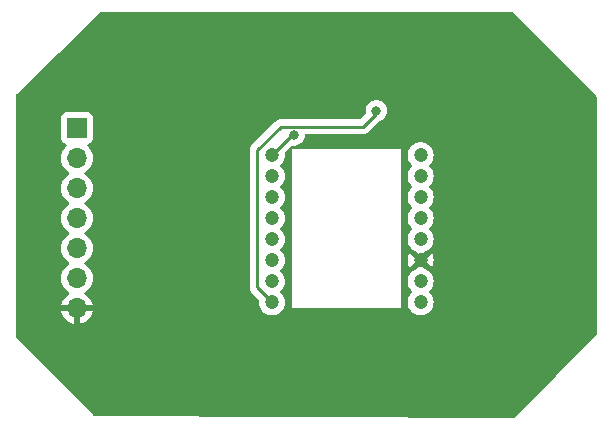
<source format=gbr>
%TF.GenerationSoftware,KiCad,Pcbnew,7.0.8*%
%TF.CreationDate,2023-12-08T10:16:49-06:00*%
%TF.ProjectId,ADNS9800,41444e53-3938-4303-902e-6b696361645f,rev?*%
%TF.SameCoordinates,Original*%
%TF.FileFunction,Copper,L2,Bot*%
%TF.FilePolarity,Positive*%
%FSLAX46Y46*%
G04 Gerber Fmt 4.6, Leading zero omitted, Abs format (unit mm)*
G04 Created by KiCad (PCBNEW 7.0.8) date 2023-12-08 10:16:49*
%MOMM*%
%LPD*%
G01*
G04 APERTURE LIST*
%TA.AperFunction,ComponentPad*%
%ADD10C,1.200000*%
%TD*%
%TA.AperFunction,ComponentPad*%
%ADD11R,1.700000X1.700000*%
%TD*%
%TA.AperFunction,ComponentPad*%
%ADD12O,1.700000X1.700000*%
%TD*%
%TA.AperFunction,ViaPad*%
%ADD13C,0.800000*%
%TD*%
%TA.AperFunction,Conductor*%
%ADD14C,0.250000*%
%TD*%
G04 APERTURE END LIST*
D10*
%TO.P,U1,1,+VCSEL*%
%TO.N,Net-(Q1-D)*%
X142250000Y-79915000D03*
%TO.P,U1,2,LASER_NEN*%
%TO.N,Net-(Q1-G)*%
X142250000Y-81695000D03*
%TO.P,U1,3,NCS*%
%TO.N,~NCS*%
X142250000Y-83475000D03*
%TO.P,U1,4,MISO*%
%TO.N,MISO*%
X142250000Y-85255000D03*
%TO.P,U1,5,SCLK*%
%TO.N,SCLK*%
X142250000Y-87035000D03*
%TO.P,U1,6,MOSI*%
%TO.N,MOSI*%
X142250000Y-88815000D03*
%TO.P,U1,7,MOTION*%
%TO.N,Motion*%
X142250000Y-90595000D03*
%TO.P,U1,8,XYLASER*%
%TO.N,Net-(U1--VCSEL)*%
X142250000Y-92375000D03*
%TO.P,U1,9,VCC*%
%TO.N,VCC*%
X154850000Y-92375000D03*
%TO.P,U1,10,PWR_OPT*%
X154850000Y-90595000D03*
%TO.P,U1,11,VSS*%
%TO.N,VSS*%
X154850000Y-88815000D03*
%TO.P,U1,12,VCC*%
%TO.N,VCC*%
X154850000Y-87035000D03*
%TO.P,U1,13,REFA*%
%TO.N,Net-(U1-REFA)*%
X154850000Y-85255000D03*
%TO.P,U1,14,DGND*%
%TO.N,Net-(U1-DGND)*%
X154850000Y-83475000D03*
%TO.P,U1,15,VCC*%
%TO.N,VCC*%
X154850000Y-81695000D03*
%TO.P,U1,16,-VCSEL*%
%TO.N,Net-(U1--VCSEL)*%
X154850000Y-79915000D03*
%TD*%
D11*
%TO.P,J1,1,Pin_1*%
%TO.N,VCC*%
X125750000Y-77630000D03*
D12*
%TO.P,J1,2,Pin_2*%
%TO.N,~NCS*%
X125750000Y-80170000D03*
%TO.P,J1,3,Pin_3*%
%TO.N,MISO*%
X125750000Y-82710000D03*
%TO.P,J1,4,Pin_4*%
%TO.N,SCLK*%
X125750000Y-85250000D03*
%TO.P,J1,5,Pin_5*%
%TO.N,MOSI*%
X125750000Y-87790000D03*
%TO.P,J1,6,Pin_6*%
%TO.N,Motion*%
X125750000Y-90330000D03*
%TO.P,J1,7,Pin_7*%
%TO.N,VSS*%
X125750000Y-92870000D03*
%TD*%
D13*
%TO.N,VSS*%
X151800000Y-78400000D03*
X153800000Y-75400000D03*
X122600000Y-78800000D03*
X133200000Y-69400000D03*
X132800000Y-75600000D03*
X157600000Y-71400000D03*
X160400000Y-79000000D03*
X139000000Y-92800000D03*
X137600000Y-81600000D03*
X157000000Y-89800000D03*
%TO.N,Net-(U1--VCSEL)*%
X151092500Y-76157500D03*
%TO.N,Net-(Q1-D)*%
X144142188Y-78225000D03*
%TD*%
D14*
%TO.N,Net-(U1--VCSEL)*%
X151092500Y-76407500D02*
X151092500Y-76157500D01*
X150000000Y-77500000D02*
X151092500Y-76407500D01*
X141000000Y-79500000D02*
X143000000Y-77500000D01*
X143000000Y-77500000D02*
X150000000Y-77500000D01*
X141000000Y-91125000D02*
X141000000Y-79500000D01*
X142250000Y-92375000D02*
X141000000Y-91125000D01*
%TO.N,Net-(Q1-D)*%
X142250000Y-79915000D02*
X143940000Y-78225000D01*
X143940000Y-78225000D02*
X144142188Y-78225000D01*
%TD*%
%TA.AperFunction,Conductor*%
%TO.N,VSS*%
G36*
X162615677Y-67819685D02*
G01*
X162636319Y-67836319D01*
X169763681Y-74963681D01*
X169797166Y-75025004D01*
X169800000Y-75051362D01*
X169800000Y-94949657D01*
X169780315Y-95016696D01*
X169764907Y-95036095D01*
X162836805Y-102162143D01*
X162775960Y-102196488D01*
X162747201Y-102199703D01*
X127250953Y-102000286D01*
X127184026Y-101980225D01*
X127163969Y-101963969D01*
X120636319Y-95436319D01*
X120602834Y-95374996D01*
X120600000Y-95348638D01*
X120600000Y-90330000D01*
X124394341Y-90330000D01*
X124414936Y-90565403D01*
X124414938Y-90565413D01*
X124476094Y-90793655D01*
X124476096Y-90793659D01*
X124476097Y-90793663D01*
X124569631Y-90994247D01*
X124575965Y-91007830D01*
X124575967Y-91007834D01*
X124711501Y-91201395D01*
X124711506Y-91201402D01*
X124878597Y-91368493D01*
X124878603Y-91368498D01*
X124938021Y-91410103D01*
X124990828Y-91447079D01*
X125064594Y-91498730D01*
X125108219Y-91553307D01*
X125115413Y-91622805D01*
X125083890Y-91685160D01*
X125064595Y-91701880D01*
X124878922Y-91831890D01*
X124878920Y-91831891D01*
X124711891Y-91998920D01*
X124711886Y-91998926D01*
X124576400Y-92192420D01*
X124576399Y-92192422D01*
X124476570Y-92406507D01*
X124476567Y-92406513D01*
X124419364Y-92619999D01*
X124419364Y-92620000D01*
X125316314Y-92620000D01*
X125290507Y-92660156D01*
X125250000Y-92798111D01*
X125250000Y-92941889D01*
X125290507Y-93079844D01*
X125316314Y-93120000D01*
X124419364Y-93120000D01*
X124476567Y-93333486D01*
X124476570Y-93333492D01*
X124576399Y-93547578D01*
X124711894Y-93741082D01*
X124878917Y-93908105D01*
X125072421Y-94043600D01*
X125286507Y-94143429D01*
X125286516Y-94143433D01*
X125500000Y-94200634D01*
X125500000Y-93305501D01*
X125607685Y-93354680D01*
X125714237Y-93370000D01*
X125785763Y-93370000D01*
X125892315Y-93354680D01*
X126000000Y-93305501D01*
X126000000Y-94200633D01*
X126213483Y-94143433D01*
X126213492Y-94143429D01*
X126427578Y-94043600D01*
X126621082Y-93908105D01*
X126788105Y-93741082D01*
X126923600Y-93547578D01*
X127023429Y-93333492D01*
X127023432Y-93333486D01*
X127080636Y-93120000D01*
X126183686Y-93120000D01*
X126209493Y-93079844D01*
X126250000Y-92941889D01*
X126250000Y-92798111D01*
X126209493Y-92660156D01*
X126183686Y-92620000D01*
X127080636Y-92620000D01*
X127080635Y-92619999D01*
X127023432Y-92406513D01*
X127023429Y-92406507D01*
X126923600Y-92192422D01*
X126923599Y-92192420D01*
X126788113Y-91998926D01*
X126788108Y-91998920D01*
X126621078Y-91831890D01*
X126435405Y-91701879D01*
X126391780Y-91647302D01*
X126384588Y-91577804D01*
X126416110Y-91515449D01*
X126435406Y-91498730D01*
X126443562Y-91493019D01*
X126621401Y-91368495D01*
X126788495Y-91201401D01*
X126924035Y-91007830D01*
X127023903Y-90793663D01*
X127085063Y-90565408D01*
X127105659Y-90330000D01*
X127085063Y-90094592D01*
X127023903Y-89866337D01*
X126924035Y-89652171D01*
X126896862Y-89613363D01*
X126788494Y-89458597D01*
X126621402Y-89291506D01*
X126621396Y-89291501D01*
X126435842Y-89161575D01*
X126392217Y-89106998D01*
X126385023Y-89037500D01*
X126416546Y-88975145D01*
X126435842Y-88958425D01*
X126461944Y-88940148D01*
X126621401Y-88828495D01*
X126788495Y-88661401D01*
X126924035Y-88467830D01*
X127023903Y-88253663D01*
X127085063Y-88025408D01*
X127105659Y-87790000D01*
X127104747Y-87779581D01*
X127085063Y-87554596D01*
X127085063Y-87554592D01*
X127023903Y-87326337D01*
X126924035Y-87112171D01*
X126788495Y-86918599D01*
X126788494Y-86918597D01*
X126621402Y-86751506D01*
X126621396Y-86751501D01*
X126435842Y-86621575D01*
X126392217Y-86566998D01*
X126385023Y-86497500D01*
X126416546Y-86435145D01*
X126435842Y-86418425D01*
X126618653Y-86290419D01*
X126621401Y-86288495D01*
X126788495Y-86121401D01*
X126924035Y-85927830D01*
X127023903Y-85713663D01*
X127085063Y-85485408D01*
X127105659Y-85250000D01*
X127085063Y-85014592D01*
X127023903Y-84786337D01*
X126924035Y-84572171D01*
X126880798Y-84510421D01*
X126788494Y-84378597D01*
X126621402Y-84211506D01*
X126621396Y-84211501D01*
X126435842Y-84081575D01*
X126392217Y-84026998D01*
X126385023Y-83957500D01*
X126416546Y-83895145D01*
X126435842Y-83878425D01*
X126458026Y-83862891D01*
X126621401Y-83748495D01*
X126788495Y-83581401D01*
X126924035Y-83387830D01*
X127023903Y-83173663D01*
X127085063Y-82945408D01*
X127105659Y-82710000D01*
X127085063Y-82474592D01*
X127023903Y-82246337D01*
X126924035Y-82032171D01*
X126830146Y-81898082D01*
X126788494Y-81838597D01*
X126621402Y-81671506D01*
X126621396Y-81671501D01*
X126435842Y-81541575D01*
X126392217Y-81486998D01*
X126385023Y-81417500D01*
X126416546Y-81355145D01*
X126435842Y-81338425D01*
X126496804Y-81295739D01*
X126621401Y-81208495D01*
X126788495Y-81041401D01*
X126924035Y-80847830D01*
X127023903Y-80633663D01*
X127085063Y-80405408D01*
X127105659Y-80170000D01*
X127085063Y-79934592D01*
X127023903Y-79706337D01*
X126924035Y-79492171D01*
X126915649Y-79480195D01*
X140369840Y-79480195D01*
X140374225Y-79526583D01*
X140374500Y-79532421D01*
X140374500Y-91042255D01*
X140372775Y-91057872D01*
X140373061Y-91057899D01*
X140372326Y-91065665D01*
X140374500Y-91134814D01*
X140374500Y-91164343D01*
X140374501Y-91164360D01*
X140375368Y-91171231D01*
X140375826Y-91177050D01*
X140377290Y-91223624D01*
X140377291Y-91223627D01*
X140382880Y-91242867D01*
X140386824Y-91261911D01*
X140389336Y-91281791D01*
X140406490Y-91325119D01*
X140408382Y-91330647D01*
X140421381Y-91375388D01*
X140431580Y-91392634D01*
X140440138Y-91410103D01*
X140447514Y-91428732D01*
X140474898Y-91466423D01*
X140478106Y-91471307D01*
X140501827Y-91511416D01*
X140501833Y-91511424D01*
X140515990Y-91525580D01*
X140528628Y-91540376D01*
X140540405Y-91556586D01*
X140540406Y-91556587D01*
X140576309Y-91586288D01*
X140580620Y-91590210D01*
X140989329Y-91998920D01*
X141122333Y-92131924D01*
X141155818Y-92193247D01*
X141158123Y-92231045D01*
X141144785Y-92374998D01*
X141144785Y-92375000D01*
X141163602Y-92578082D01*
X141219417Y-92774247D01*
X141219422Y-92774260D01*
X141310327Y-92956821D01*
X141433237Y-93119581D01*
X141583958Y-93256980D01*
X141583960Y-93256982D01*
X141645284Y-93294952D01*
X141757363Y-93364348D01*
X141947544Y-93438024D01*
X142148024Y-93475500D01*
X142148026Y-93475500D01*
X142351974Y-93475500D01*
X142351976Y-93475500D01*
X142552456Y-93438024D01*
X142742637Y-93364348D01*
X142916041Y-93256981D01*
X143066764Y-93119579D01*
X143189673Y-92956821D01*
X143242421Y-92850889D01*
X143949416Y-92850889D01*
X143949459Y-92875001D01*
X143949500Y-92875099D01*
X143949616Y-92875382D01*
X143949618Y-92875384D01*
X143949808Y-92875462D01*
X143950000Y-92875541D01*
X143950002Y-92875539D01*
X143974616Y-92875524D01*
X143974616Y-92875528D01*
X143974760Y-92875500D01*
X153125240Y-92875500D01*
X153125383Y-92875528D01*
X153125384Y-92875524D01*
X153149997Y-92875539D01*
X153150000Y-92875541D01*
X153150383Y-92875383D01*
X153150500Y-92875099D01*
X153150541Y-92875000D01*
X153150540Y-92874997D01*
X153150583Y-92850889D01*
X153150500Y-92850467D01*
X153150500Y-92375000D01*
X153744785Y-92375000D01*
X153763602Y-92578082D01*
X153819417Y-92774247D01*
X153819422Y-92774260D01*
X153910327Y-92956821D01*
X154033237Y-93119581D01*
X154183958Y-93256980D01*
X154183960Y-93256982D01*
X154245284Y-93294952D01*
X154357363Y-93364348D01*
X154547544Y-93438024D01*
X154748024Y-93475500D01*
X154748026Y-93475500D01*
X154951974Y-93475500D01*
X154951976Y-93475500D01*
X155152456Y-93438024D01*
X155342637Y-93364348D01*
X155516041Y-93256981D01*
X155666764Y-93119579D01*
X155789673Y-92956821D01*
X155880582Y-92774250D01*
X155936397Y-92578083D01*
X155955215Y-92375000D01*
X155936397Y-92171917D01*
X155880582Y-91975750D01*
X155789673Y-91793179D01*
X155666764Y-91630421D01*
X155620397Y-91588152D01*
X155607766Y-91576637D01*
X155571484Y-91516926D01*
X155573245Y-91447079D01*
X155607766Y-91393363D01*
X155635041Y-91368498D01*
X155666764Y-91339579D01*
X155789673Y-91176821D01*
X155880582Y-90994250D01*
X155936397Y-90798083D01*
X155955215Y-90595000D01*
X155952472Y-90565403D01*
X155936397Y-90391917D01*
X155918780Y-90330000D01*
X155880582Y-90195750D01*
X155789673Y-90013179D01*
X155730704Y-89935091D01*
X155666762Y-89850418D01*
X155516041Y-89713019D01*
X155516039Y-89713017D01*
X155342640Y-89605653D01*
X155342628Y-89605648D01*
X155276365Y-89579977D01*
X155233479Y-89552032D01*
X154894401Y-89212953D01*
X154975148Y-89200165D01*
X155088045Y-89142641D01*
X155177641Y-89053045D01*
X155235165Y-88940148D01*
X155247953Y-88859400D01*
X155787465Y-89398912D01*
X155789247Y-89396552D01*
X155789249Y-89396550D01*
X155880113Y-89214069D01*
X155880116Y-89214063D01*
X155935902Y-89017992D01*
X155935903Y-89017989D01*
X155954713Y-88815000D01*
X155954713Y-88814999D01*
X155935903Y-88612010D01*
X155935902Y-88612007D01*
X155880116Y-88415936D01*
X155880113Y-88415930D01*
X155789244Y-88233441D01*
X155787466Y-88231086D01*
X155787465Y-88231085D01*
X155247953Y-88770598D01*
X155235165Y-88689852D01*
X155177641Y-88576955D01*
X155088045Y-88487359D01*
X154975148Y-88429835D01*
X154894398Y-88417045D01*
X155233478Y-88077966D01*
X155276365Y-88050021D01*
X155342637Y-88024348D01*
X155516041Y-87916981D01*
X155666764Y-87779579D01*
X155789673Y-87616821D01*
X155880582Y-87434250D01*
X155936397Y-87238083D01*
X155955215Y-87035000D01*
X155936397Y-86831917D01*
X155880582Y-86635750D01*
X155870730Y-86615965D01*
X155811742Y-86497500D01*
X155789673Y-86453179D01*
X155666764Y-86290421D01*
X155607766Y-86236637D01*
X155571484Y-86176926D01*
X155573245Y-86107079D01*
X155607766Y-86053363D01*
X155622853Y-86039608D01*
X155666764Y-85999579D01*
X155789673Y-85836821D01*
X155880582Y-85654250D01*
X155936397Y-85458083D01*
X155955215Y-85255000D01*
X155936397Y-85051917D01*
X155880582Y-84855750D01*
X155789673Y-84673179D01*
X155666764Y-84510421D01*
X155607766Y-84456637D01*
X155571484Y-84396926D01*
X155573245Y-84327079D01*
X155607766Y-84273363D01*
X155622853Y-84259608D01*
X155666764Y-84219579D01*
X155789673Y-84056821D01*
X155880582Y-83874250D01*
X155936397Y-83678083D01*
X155955215Y-83475000D01*
X155936397Y-83271917D01*
X155880582Y-83075750D01*
X155789673Y-82893179D01*
X155666764Y-82730421D01*
X155607766Y-82676637D01*
X155571484Y-82616926D01*
X155573245Y-82547079D01*
X155607766Y-82493363D01*
X155628352Y-82474596D01*
X155666764Y-82439579D01*
X155789673Y-82276821D01*
X155880582Y-82094250D01*
X155936397Y-81898083D01*
X155955215Y-81695000D01*
X155936397Y-81491917D01*
X155880582Y-81295750D01*
X155789673Y-81113179D01*
X155666764Y-80950421D01*
X155607766Y-80896637D01*
X155571484Y-80836926D01*
X155573245Y-80767079D01*
X155607766Y-80713363D01*
X155622853Y-80699608D01*
X155666764Y-80659579D01*
X155789673Y-80496821D01*
X155880582Y-80314250D01*
X155936397Y-80118083D01*
X155955215Y-79915000D01*
X155936397Y-79711917D01*
X155880582Y-79515750D01*
X155862878Y-79480196D01*
X155830414Y-79414999D01*
X155789673Y-79333179D01*
X155671486Y-79176674D01*
X155666762Y-79170418D01*
X155516041Y-79033019D01*
X155516039Y-79033017D01*
X155342642Y-78925655D01*
X155342635Y-78925651D01*
X155247546Y-78888814D01*
X155152456Y-78851976D01*
X154951976Y-78814500D01*
X154748024Y-78814500D01*
X154547544Y-78851976D01*
X154547541Y-78851976D01*
X154547541Y-78851977D01*
X154357364Y-78925651D01*
X154357357Y-78925655D01*
X154183960Y-79033017D01*
X154183958Y-79033019D01*
X154033237Y-79170418D01*
X153910327Y-79333178D01*
X153819422Y-79515739D01*
X153819417Y-79515752D01*
X153763602Y-79711917D01*
X153744785Y-79914999D01*
X153744785Y-79915000D01*
X153763602Y-80118082D01*
X153819417Y-80314247D01*
X153819422Y-80314260D01*
X153910327Y-80496821D01*
X154033235Y-80659578D01*
X154092234Y-80713363D01*
X154128515Y-80773075D01*
X154126754Y-80842922D01*
X154092234Y-80896637D01*
X154033235Y-80950421D01*
X153910327Y-81113178D01*
X153819422Y-81295739D01*
X153819417Y-81295752D01*
X153763602Y-81491917D01*
X153744785Y-81694999D01*
X153744785Y-81695000D01*
X153763602Y-81898082D01*
X153819417Y-82094247D01*
X153819422Y-82094260D01*
X153910327Y-82276821D01*
X154033235Y-82439578D01*
X154092234Y-82493363D01*
X154128515Y-82553075D01*
X154126754Y-82622922D01*
X154092234Y-82676637D01*
X154033235Y-82730421D01*
X153910327Y-82893178D01*
X153819422Y-83075739D01*
X153819417Y-83075752D01*
X153763602Y-83271917D01*
X153744785Y-83474999D01*
X153744785Y-83475000D01*
X153763602Y-83678082D01*
X153819417Y-83874247D01*
X153819422Y-83874260D01*
X153910327Y-84056821D01*
X154033235Y-84219578D01*
X154092234Y-84273363D01*
X154128515Y-84333075D01*
X154126754Y-84402922D01*
X154092234Y-84456637D01*
X154033235Y-84510421D01*
X153910327Y-84673178D01*
X153819422Y-84855739D01*
X153819417Y-84855752D01*
X153763602Y-85051917D01*
X153744785Y-85254999D01*
X153744785Y-85255000D01*
X153763602Y-85458082D01*
X153819417Y-85654247D01*
X153819422Y-85654260D01*
X153910327Y-85836821D01*
X154033235Y-85999578D01*
X154092234Y-86053363D01*
X154128515Y-86113075D01*
X154126754Y-86182922D01*
X154092234Y-86236637D01*
X154033235Y-86290421D01*
X153910327Y-86453178D01*
X153819422Y-86635739D01*
X153819417Y-86635752D01*
X153763602Y-86831917D01*
X153744785Y-87034999D01*
X153744785Y-87035000D01*
X153763602Y-87238082D01*
X153819417Y-87434247D01*
X153819422Y-87434260D01*
X153910327Y-87616821D01*
X154033237Y-87779581D01*
X154183958Y-87916980D01*
X154183960Y-87916982D01*
X154283141Y-87978392D01*
X154357363Y-88024348D01*
X154423631Y-88050020D01*
X154466519Y-88077966D01*
X154805599Y-88417046D01*
X154724852Y-88429835D01*
X154611955Y-88487359D01*
X154522359Y-88576955D01*
X154464835Y-88689852D01*
X154452046Y-88770598D01*
X153912533Y-88231085D01*
X153910754Y-88233443D01*
X153819886Y-88415930D01*
X153819883Y-88415936D01*
X153764097Y-88612007D01*
X153764096Y-88612010D01*
X153745287Y-88814999D01*
X153745287Y-88815000D01*
X153764096Y-89017989D01*
X153764097Y-89017992D01*
X153819883Y-89214063D01*
X153819886Y-89214069D01*
X153910754Y-89396556D01*
X153910755Y-89396557D01*
X153912533Y-89398912D01*
X154452046Y-88859400D01*
X154464835Y-88940148D01*
X154522359Y-89053045D01*
X154611955Y-89142641D01*
X154724852Y-89200165D01*
X154805599Y-89212953D01*
X154466518Y-89552033D01*
X154423633Y-89579978D01*
X154357359Y-89605653D01*
X154183960Y-89713017D01*
X154183958Y-89713019D01*
X154033237Y-89850418D01*
X153910327Y-90013178D01*
X153819422Y-90195739D01*
X153819417Y-90195752D01*
X153763602Y-90391917D01*
X153744785Y-90594999D01*
X153744785Y-90595000D01*
X153763602Y-90798082D01*
X153819417Y-90994247D01*
X153819422Y-90994260D01*
X153910327Y-91176821D01*
X154033235Y-91339578D01*
X154092234Y-91393363D01*
X154128515Y-91453075D01*
X154126754Y-91522922D01*
X154092234Y-91576637D01*
X154033235Y-91630421D01*
X153910327Y-91793178D01*
X153819422Y-91975739D01*
X153819417Y-91975752D01*
X153763602Y-92171917D01*
X153744785Y-92374999D01*
X153744785Y-92375000D01*
X153150500Y-92375000D01*
X153150500Y-79439759D01*
X153150528Y-79439616D01*
X153150524Y-79439616D01*
X153150539Y-79415002D01*
X153150541Y-79415000D01*
X153150462Y-79414808D01*
X153150384Y-79414618D01*
X153150382Y-79414616D01*
X153150099Y-79414500D01*
X153150000Y-79414459D01*
X153125446Y-79414459D01*
X153125240Y-79414500D01*
X143974760Y-79414500D01*
X143974554Y-79414459D01*
X143949458Y-79414459D01*
X143949476Y-79439616D01*
X143949471Y-79439616D01*
X143949500Y-79439759D01*
X143949500Y-92850467D01*
X143949416Y-92850889D01*
X143242421Y-92850889D01*
X143280582Y-92774250D01*
X143336397Y-92578083D01*
X143355215Y-92375000D01*
X143336397Y-92171917D01*
X143280582Y-91975750D01*
X143189673Y-91793179D01*
X143066764Y-91630421D01*
X143020397Y-91588152D01*
X143007766Y-91576637D01*
X142971484Y-91516926D01*
X142973245Y-91447079D01*
X143007766Y-91393363D01*
X143035041Y-91368498D01*
X143066764Y-91339579D01*
X143189673Y-91176821D01*
X143280582Y-90994250D01*
X143336397Y-90798083D01*
X143355215Y-90595000D01*
X143352472Y-90565403D01*
X143336397Y-90391917D01*
X143318780Y-90330000D01*
X143280582Y-90195750D01*
X143189673Y-90013179D01*
X143066764Y-89850421D01*
X143007766Y-89796637D01*
X142971484Y-89736926D01*
X142973245Y-89667079D01*
X143007766Y-89613363D01*
X143044388Y-89579977D01*
X143066764Y-89559579D01*
X143189673Y-89396821D01*
X143280582Y-89214250D01*
X143336397Y-89018083D01*
X143355215Y-88815000D01*
X143336397Y-88611917D01*
X143280582Y-88415750D01*
X143189673Y-88233179D01*
X143066764Y-88070421D01*
X143016228Y-88024351D01*
X143007766Y-88016637D01*
X142971484Y-87956926D01*
X142973245Y-87887079D01*
X143007766Y-87833363D01*
X143022853Y-87819608D01*
X143066764Y-87779579D01*
X143189673Y-87616821D01*
X143280582Y-87434250D01*
X143336397Y-87238083D01*
X143355215Y-87035000D01*
X143336397Y-86831917D01*
X143280582Y-86635750D01*
X143270730Y-86615965D01*
X143211742Y-86497500D01*
X143189673Y-86453179D01*
X143066764Y-86290421D01*
X143007766Y-86236637D01*
X142971484Y-86176926D01*
X142973245Y-86107079D01*
X143007766Y-86053363D01*
X143022853Y-86039608D01*
X143066764Y-85999579D01*
X143189673Y-85836821D01*
X143280582Y-85654250D01*
X143336397Y-85458083D01*
X143355215Y-85255000D01*
X143336397Y-85051917D01*
X143280582Y-84855750D01*
X143189673Y-84673179D01*
X143066764Y-84510421D01*
X143007766Y-84456637D01*
X142971484Y-84396926D01*
X142973245Y-84327079D01*
X143007766Y-84273363D01*
X143022853Y-84259608D01*
X143066764Y-84219579D01*
X143189673Y-84056821D01*
X143280582Y-83874250D01*
X143336397Y-83678083D01*
X143355215Y-83475000D01*
X143336397Y-83271917D01*
X143280582Y-83075750D01*
X143189673Y-82893179D01*
X143066764Y-82730421D01*
X143007766Y-82676637D01*
X142971484Y-82616926D01*
X142973245Y-82547079D01*
X143007766Y-82493363D01*
X143028352Y-82474596D01*
X143066764Y-82439579D01*
X143189673Y-82276821D01*
X143280582Y-82094250D01*
X143336397Y-81898083D01*
X143355215Y-81695000D01*
X143336397Y-81491917D01*
X143280582Y-81295750D01*
X143189673Y-81113179D01*
X143066764Y-80950421D01*
X143007766Y-80896637D01*
X142971484Y-80836926D01*
X142973245Y-80767079D01*
X143007766Y-80713363D01*
X143022853Y-80699608D01*
X143066764Y-80659579D01*
X143189673Y-80496821D01*
X143280582Y-80314250D01*
X143336397Y-80118083D01*
X143355215Y-79915000D01*
X143341875Y-79771043D01*
X143355290Y-79702477D01*
X143377662Y-79671927D01*
X143737769Y-79311820D01*
X143799090Y-79278337D01*
X143812689Y-79279309D01*
X143811755Y-79272812D01*
X143840780Y-79209256D01*
X143846811Y-79202779D01*
X143870529Y-79179061D01*
X143898124Y-79151465D01*
X143959445Y-79117981D01*
X144011585Y-79117857D01*
X144047542Y-79125500D01*
X144236832Y-79125500D01*
X144236834Y-79125500D01*
X144421991Y-79086144D01*
X144594918Y-79009151D01*
X144748059Y-78897888D01*
X144874721Y-78757216D01*
X144969367Y-78593284D01*
X145027862Y-78413256D01*
X145046435Y-78236536D01*
X145073020Y-78171924D01*
X145130317Y-78131939D01*
X145169756Y-78125500D01*
X149917257Y-78125500D01*
X149932877Y-78127224D01*
X149932904Y-78126939D01*
X149940660Y-78127671D01*
X149940667Y-78127673D01*
X150009814Y-78125500D01*
X150039350Y-78125500D01*
X150046228Y-78124630D01*
X150052041Y-78124172D01*
X150098627Y-78122709D01*
X150117869Y-78117117D01*
X150136912Y-78113174D01*
X150156792Y-78110664D01*
X150200122Y-78093507D01*
X150205646Y-78091617D01*
X150209396Y-78090527D01*
X150250390Y-78078618D01*
X150267629Y-78068422D01*
X150285103Y-78059862D01*
X150303727Y-78052488D01*
X150303727Y-78052487D01*
X150303732Y-78052486D01*
X150341449Y-78025082D01*
X150346305Y-78021892D01*
X150386420Y-77998170D01*
X150400589Y-77983999D01*
X150415379Y-77971368D01*
X150431587Y-77959594D01*
X150461299Y-77923676D01*
X150465212Y-77919376D01*
X151344596Y-77039993D01*
X151381831Y-77014401D01*
X151545230Y-76941651D01*
X151698371Y-76830388D01*
X151825033Y-76689716D01*
X151919679Y-76525784D01*
X151978174Y-76345756D01*
X151997960Y-76157500D01*
X151978174Y-75969244D01*
X151919679Y-75789216D01*
X151825033Y-75625284D01*
X151698371Y-75484612D01*
X151698370Y-75484611D01*
X151545234Y-75373351D01*
X151545229Y-75373348D01*
X151372307Y-75296357D01*
X151372302Y-75296355D01*
X151226501Y-75265365D01*
X151187146Y-75257000D01*
X150997854Y-75257000D01*
X150965397Y-75263898D01*
X150812697Y-75296355D01*
X150812692Y-75296357D01*
X150639770Y-75373348D01*
X150639765Y-75373351D01*
X150486629Y-75484611D01*
X150359966Y-75625285D01*
X150265321Y-75789215D01*
X150265318Y-75789222D01*
X150206827Y-75969240D01*
X150206826Y-75969244D01*
X150187040Y-76157500D01*
X150199862Y-76279501D01*
X150206619Y-76343786D01*
X150194049Y-76412516D01*
X150170979Y-76444428D01*
X149777228Y-76838181D01*
X149715905Y-76871666D01*
X149689547Y-76874500D01*
X143082738Y-76874500D01*
X143067121Y-76872776D01*
X143067094Y-76873062D01*
X143059332Y-76872327D01*
X142990204Y-76874500D01*
X142960650Y-76874500D01*
X142959929Y-76874590D01*
X142953757Y-76875369D01*
X142947945Y-76875826D01*
X142901373Y-76877290D01*
X142901372Y-76877290D01*
X142882129Y-76882881D01*
X142863079Y-76886825D01*
X142843211Y-76889334D01*
X142843209Y-76889335D01*
X142799884Y-76906488D01*
X142794357Y-76908380D01*
X142749610Y-76921381D01*
X142749609Y-76921382D01*
X142732367Y-76931579D01*
X142714899Y-76940137D01*
X142696269Y-76947513D01*
X142696267Y-76947514D01*
X142658576Y-76974898D01*
X142653694Y-76978105D01*
X142613579Y-77001830D01*
X142599408Y-77016000D01*
X142584623Y-77028628D01*
X142568978Y-77039996D01*
X142568412Y-77040407D01*
X142538709Y-77076310D01*
X142534777Y-77080631D01*
X140616208Y-78999199D01*
X140603951Y-79009020D01*
X140604134Y-79009241D01*
X140598123Y-79014213D01*
X140550772Y-79064636D01*
X140529889Y-79085519D01*
X140529877Y-79085532D01*
X140525621Y-79091017D01*
X140521837Y-79095447D01*
X140489937Y-79129418D01*
X140489936Y-79129420D01*
X140480284Y-79146976D01*
X140469610Y-79163226D01*
X140457329Y-79179061D01*
X140457324Y-79179068D01*
X140438815Y-79221838D01*
X140436245Y-79227084D01*
X140413803Y-79267906D01*
X140408822Y-79287307D01*
X140402521Y-79305710D01*
X140394562Y-79324102D01*
X140394561Y-79324105D01*
X140387271Y-79370127D01*
X140386087Y-79375846D01*
X140374501Y-79420972D01*
X140374500Y-79420982D01*
X140374500Y-79441016D01*
X140372973Y-79460415D01*
X140369840Y-79480194D01*
X140369840Y-79480195D01*
X126915649Y-79480195D01*
X126788496Y-79298600D01*
X126757802Y-79267906D01*
X126666567Y-79176671D01*
X126633084Y-79115351D01*
X126638068Y-79045659D01*
X126679939Y-78989725D01*
X126710915Y-78972810D01*
X126842331Y-78923796D01*
X126957546Y-78837546D01*
X127043796Y-78722331D01*
X127094091Y-78587483D01*
X127100500Y-78527873D01*
X127100499Y-76732128D01*
X127094091Y-76672517D01*
X127043796Y-76537669D01*
X127043795Y-76537668D01*
X127043793Y-76537664D01*
X126957547Y-76422455D01*
X126957544Y-76422452D01*
X126842335Y-76336206D01*
X126842328Y-76336202D01*
X126707482Y-76285908D01*
X126707483Y-76285908D01*
X126647883Y-76279501D01*
X126647881Y-76279500D01*
X126647873Y-76279500D01*
X126647864Y-76279500D01*
X124852129Y-76279500D01*
X124852123Y-76279501D01*
X124792516Y-76285908D01*
X124657671Y-76336202D01*
X124657664Y-76336206D01*
X124542455Y-76422452D01*
X124542452Y-76422455D01*
X124456206Y-76537664D01*
X124456202Y-76537671D01*
X124405908Y-76672517D01*
X124399501Y-76732116D01*
X124399501Y-76732123D01*
X124399500Y-76732135D01*
X124399500Y-78527870D01*
X124399501Y-78527876D01*
X124405908Y-78587483D01*
X124456202Y-78722328D01*
X124456206Y-78722335D01*
X124542452Y-78837544D01*
X124542455Y-78837547D01*
X124657664Y-78923793D01*
X124657671Y-78923797D01*
X124789081Y-78972810D01*
X124845015Y-79014681D01*
X124869432Y-79080145D01*
X124854580Y-79148418D01*
X124833430Y-79176673D01*
X124711503Y-79298600D01*
X124575965Y-79492169D01*
X124575964Y-79492171D01*
X124476098Y-79706335D01*
X124476094Y-79706344D01*
X124414938Y-79934586D01*
X124414936Y-79934596D01*
X124394341Y-80169999D01*
X124394341Y-80170000D01*
X124414936Y-80405403D01*
X124414938Y-80405413D01*
X124476094Y-80633655D01*
X124476096Y-80633659D01*
X124476097Y-80633663D01*
X124513262Y-80713363D01*
X124575965Y-80847830D01*
X124575967Y-80847834D01*
X124711501Y-81041395D01*
X124711506Y-81041402D01*
X124878597Y-81208493D01*
X124878603Y-81208498D01*
X125064158Y-81338425D01*
X125107783Y-81393002D01*
X125114977Y-81462500D01*
X125083454Y-81524855D01*
X125064158Y-81541575D01*
X124878597Y-81671505D01*
X124711505Y-81838597D01*
X124575965Y-82032169D01*
X124575964Y-82032171D01*
X124476098Y-82246335D01*
X124476094Y-82246344D01*
X124414938Y-82474586D01*
X124414936Y-82474596D01*
X124394341Y-82709999D01*
X124394341Y-82710000D01*
X124414936Y-82945403D01*
X124414938Y-82945413D01*
X124476094Y-83173655D01*
X124476096Y-83173659D01*
X124476097Y-83173663D01*
X124521914Y-83271917D01*
X124575965Y-83387830D01*
X124575967Y-83387834D01*
X124711501Y-83581395D01*
X124711506Y-83581402D01*
X124878597Y-83748493D01*
X124878603Y-83748498D01*
X125064158Y-83878425D01*
X125107783Y-83933002D01*
X125114977Y-84002500D01*
X125083454Y-84064855D01*
X125064158Y-84081575D01*
X124878597Y-84211505D01*
X124711505Y-84378597D01*
X124575965Y-84572169D01*
X124575964Y-84572171D01*
X124476098Y-84786335D01*
X124476094Y-84786344D01*
X124414938Y-85014586D01*
X124414936Y-85014596D01*
X124394341Y-85249999D01*
X124394341Y-85250000D01*
X124414936Y-85485403D01*
X124414938Y-85485413D01*
X124476094Y-85713655D01*
X124476096Y-85713659D01*
X124476097Y-85713663D01*
X124533527Y-85836821D01*
X124575965Y-85927830D01*
X124575967Y-85927834D01*
X124711501Y-86121395D01*
X124711506Y-86121402D01*
X124878597Y-86288493D01*
X124878603Y-86288498D01*
X125064158Y-86418425D01*
X125107783Y-86473002D01*
X125114977Y-86542500D01*
X125083454Y-86604855D01*
X125064158Y-86621575D01*
X124878597Y-86751505D01*
X124711505Y-86918597D01*
X124575965Y-87112169D01*
X124575964Y-87112171D01*
X124476098Y-87326335D01*
X124476094Y-87326344D01*
X124414938Y-87554586D01*
X124414936Y-87554596D01*
X124394341Y-87789999D01*
X124394341Y-87790000D01*
X124414936Y-88025403D01*
X124414938Y-88025413D01*
X124476094Y-88253655D01*
X124476096Y-88253659D01*
X124476097Y-88253663D01*
X124551680Y-88415750D01*
X124575965Y-88467830D01*
X124575967Y-88467834D01*
X124711501Y-88661395D01*
X124711506Y-88661402D01*
X124878597Y-88828493D01*
X124878603Y-88828498D01*
X125064158Y-88958425D01*
X125107783Y-89013002D01*
X125114977Y-89082500D01*
X125083454Y-89144855D01*
X125064158Y-89161575D01*
X124878597Y-89291505D01*
X124711505Y-89458597D01*
X124575965Y-89652169D01*
X124575964Y-89652171D01*
X124476098Y-89866335D01*
X124476094Y-89866344D01*
X124414938Y-90094586D01*
X124414936Y-90094596D01*
X124394341Y-90329999D01*
X124394341Y-90330000D01*
X120600000Y-90330000D01*
X120600000Y-74852388D01*
X120619685Y-74785349D01*
X120637562Y-74763481D01*
X127763904Y-67835093D01*
X127825693Y-67802475D01*
X127850342Y-67800000D01*
X162548638Y-67800000D01*
X162615677Y-67819685D01*
G37*
%TD.AperFunction*%
%TD*%
M02*

</source>
